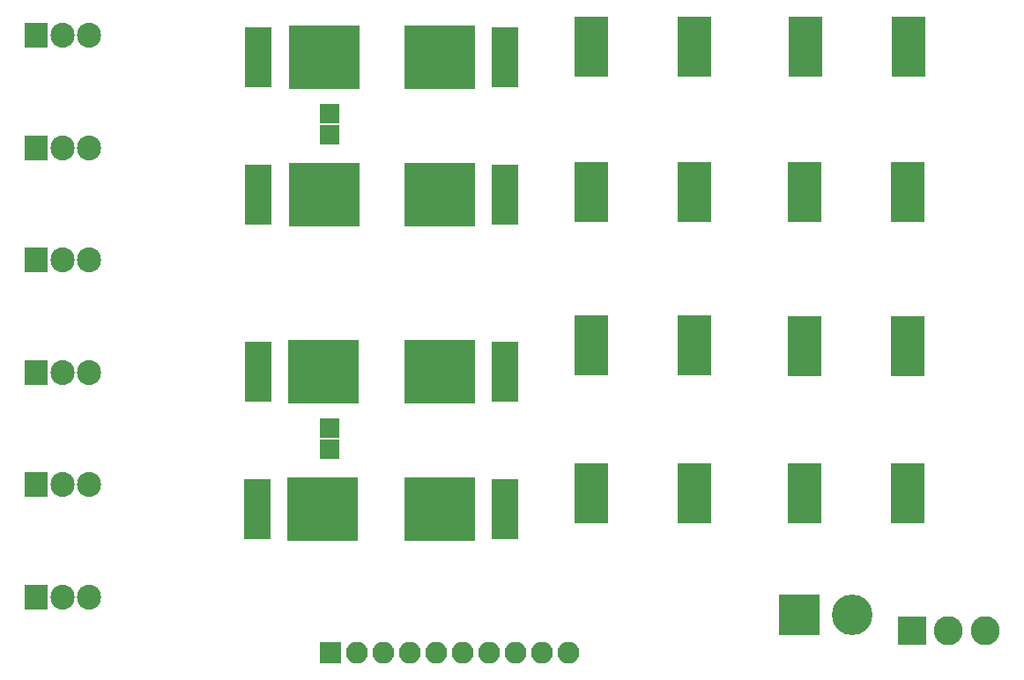
<source format=gbr>
%TF.GenerationSoftware,KiCad,Pcbnew,5.1.2-5.1.2*%
%TF.CreationDate,2019-08-03T11:47:28+02:00*%
%TF.ProjectId,TestDriverV2,54657374-4472-4697-9665-7256322e6b69,Rev 2*%
%TF.SameCoordinates,Original*%
%TF.FileFunction,Soldermask,Top*%
%TF.FilePolarity,Negative*%
%FSLAX46Y46*%
G04 Gerber Fmt 4.6, Leading zero omitted, Abs format (unit mm)*
G04 Created by KiCad (PCBNEW 5.1.2-5.1.2) date 2019-08-03 11:47:28*
%MOMM*%
%LPD*%
G04 APERTURE LIST*
%ADD10R,2.800000X2.800000*%
%ADD11C,2.800000*%
%ADD12R,3.900120X3.900120*%
%ADD13C,3.900120*%
%ADD14R,2.100000X2.100000*%
%ADD15O,2.100000X2.100000*%
%ADD16R,1.924000X1.924000*%
%ADD17R,3.300000X5.800000*%
%ADD18R,2.305000X2.400000*%
%ADD19O,2.305000X2.400000*%
%ADD20R,6.800000X6.200000*%
%ADD21R,2.600000X1.200000*%
G04 APERTURE END LIST*
D10*
X121968000Y-163386000D03*
D11*
X125468000Y-163386000D03*
X128968000Y-163386000D03*
D12*
X111125000Y-161798000D03*
D13*
X116205000Y-161798000D03*
D14*
X66111100Y-165484000D03*
D15*
X68651100Y-165484000D03*
X71191100Y-165484000D03*
X73731100Y-165484000D03*
X76271100Y-165484000D03*
X78811100Y-165484000D03*
X81351100Y-165484000D03*
X83891100Y-165484000D03*
X86431100Y-165484000D03*
X88971100Y-165484000D03*
D16*
X66040000Y-113665000D03*
X66040000Y-115697000D03*
X66040000Y-143891000D03*
X66040000Y-145923000D03*
D17*
X91189000Y-107188000D03*
X101089000Y-107188000D03*
X91189000Y-121158000D03*
X101089000Y-121158000D03*
X121663000Y-107188000D03*
X111763000Y-107188000D03*
X121536000Y-121158000D03*
X111636000Y-121158000D03*
X101089000Y-135890000D03*
X91189000Y-135890000D03*
X101089000Y-150114000D03*
X91189000Y-150114000D03*
X111636000Y-136017000D03*
X121536000Y-136017000D03*
X111636000Y-150114000D03*
X121536000Y-150114000D03*
D18*
X37846000Y-106121000D03*
D19*
X40386000Y-106121000D03*
X42926000Y-106121000D03*
X42926000Y-116916000D03*
X40386000Y-116916000D03*
D18*
X37846000Y-116916000D03*
X37846000Y-127711000D03*
D19*
X40386000Y-127711000D03*
X42926000Y-127711000D03*
X42926000Y-138506000D03*
X40386000Y-138506000D03*
D18*
X37846000Y-138506000D03*
X37846000Y-149301000D03*
D19*
X40386000Y-149301000D03*
X42926000Y-149301000D03*
X42926000Y-160096000D03*
X40386000Y-160096000D03*
D18*
X37846000Y-160096000D03*
D20*
X65479800Y-108228000D03*
D21*
X59179800Y-110508000D03*
X59179800Y-109368000D03*
X59179800Y-108228000D03*
X59179800Y-107088000D03*
X59179800Y-105948000D03*
X59173000Y-119132000D03*
X59173000Y-120272000D03*
X59173000Y-121412000D03*
X59173000Y-122552000D03*
X59173000Y-123692000D03*
D20*
X65473000Y-121412000D03*
D21*
X82881000Y-110509000D03*
X82881000Y-109369000D03*
X82881000Y-108229000D03*
X82881000Y-107089000D03*
X82881000Y-105949000D03*
D20*
X76581000Y-108229000D03*
X76605000Y-121413000D03*
D21*
X82905000Y-119133000D03*
X82905000Y-120273000D03*
X82905000Y-121413000D03*
X82905000Y-122553000D03*
X82905000Y-123693000D03*
D20*
X65429000Y-138431000D03*
D21*
X59129000Y-140711000D03*
X59129000Y-139571000D03*
X59129000Y-138431000D03*
X59129000Y-137291000D03*
X59129000Y-136151000D03*
D20*
X65381000Y-151639000D03*
D21*
X59081000Y-153919000D03*
X59081000Y-152779000D03*
X59081000Y-151639000D03*
X59081000Y-150499000D03*
X59081000Y-149359000D03*
X82881000Y-140710000D03*
X82881000Y-139570000D03*
X82881000Y-138430000D03*
X82881000Y-137290000D03*
X82881000Y-136150000D03*
D20*
X76581000Y-138430000D03*
D21*
X82881000Y-153918000D03*
X82881000Y-152778000D03*
X82881000Y-151638000D03*
X82881000Y-150498000D03*
X82881000Y-149358000D03*
D20*
X76581000Y-151638000D03*
M02*

</source>
